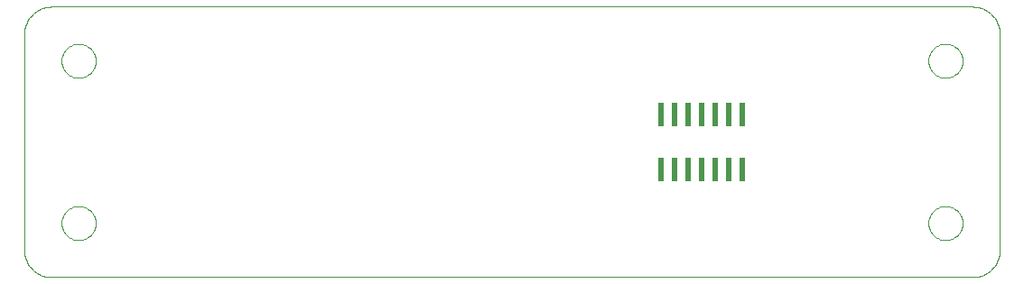
<source format=gbp>
G75*
G70*
%OFA0B0*%
%FSLAX24Y24*%
%IPPOS*%
%LPD*%
%AMOC8*
5,1,8,0,0,1.08239X$1,22.5*
%
%ADD10C,0.0000*%
%ADD11R,0.0240X0.0870*%
D10*
X001811Y000100D02*
X035811Y000100D01*
X035871Y000102D01*
X035932Y000107D01*
X035991Y000116D01*
X036050Y000129D01*
X036109Y000145D01*
X036166Y000165D01*
X036221Y000188D01*
X036276Y000215D01*
X036328Y000244D01*
X036379Y000277D01*
X036428Y000313D01*
X036474Y000351D01*
X036518Y000393D01*
X036560Y000437D01*
X036598Y000483D01*
X036634Y000532D01*
X036667Y000583D01*
X036696Y000635D01*
X036723Y000690D01*
X036746Y000745D01*
X036766Y000802D01*
X036782Y000861D01*
X036795Y000920D01*
X036804Y000979D01*
X036809Y001040D01*
X036811Y001100D01*
X036811Y009100D01*
X036809Y009160D01*
X036804Y009221D01*
X036795Y009280D01*
X036782Y009339D01*
X036766Y009398D01*
X036746Y009455D01*
X036723Y009510D01*
X036696Y009565D01*
X036667Y009617D01*
X036634Y009668D01*
X036598Y009717D01*
X036560Y009763D01*
X036518Y009807D01*
X036474Y009849D01*
X036428Y009887D01*
X036379Y009923D01*
X036328Y009956D01*
X036276Y009985D01*
X036221Y010012D01*
X036166Y010035D01*
X036109Y010055D01*
X036050Y010071D01*
X035991Y010084D01*
X035932Y010093D01*
X035871Y010098D01*
X035811Y010100D01*
X001811Y010100D01*
X001751Y010098D01*
X001690Y010093D01*
X001631Y010084D01*
X001572Y010071D01*
X001513Y010055D01*
X001456Y010035D01*
X001401Y010012D01*
X001346Y009985D01*
X001294Y009956D01*
X001243Y009923D01*
X001194Y009887D01*
X001148Y009849D01*
X001104Y009807D01*
X001062Y009763D01*
X001024Y009717D01*
X000988Y009668D01*
X000955Y009617D01*
X000926Y009565D01*
X000899Y009510D01*
X000876Y009455D01*
X000856Y009398D01*
X000840Y009339D01*
X000827Y009280D01*
X000818Y009221D01*
X000813Y009160D01*
X000811Y009100D01*
X000811Y001100D01*
X000813Y001040D01*
X000818Y000979D01*
X000827Y000920D01*
X000840Y000861D01*
X000856Y000802D01*
X000876Y000745D01*
X000899Y000690D01*
X000926Y000635D01*
X000955Y000583D01*
X000988Y000532D01*
X001024Y000483D01*
X001062Y000437D01*
X001104Y000393D01*
X001148Y000351D01*
X001194Y000313D01*
X001243Y000277D01*
X001294Y000244D01*
X001346Y000215D01*
X001401Y000188D01*
X001456Y000165D01*
X001513Y000145D01*
X001572Y000129D01*
X001631Y000116D01*
X001690Y000107D01*
X001751Y000102D01*
X001811Y000100D01*
X002181Y002100D02*
X002183Y002150D01*
X002189Y002200D01*
X002199Y002249D01*
X002213Y002297D01*
X002230Y002344D01*
X002251Y002389D01*
X002276Y002433D01*
X002304Y002474D01*
X002336Y002513D01*
X002370Y002550D01*
X002407Y002584D01*
X002447Y002614D01*
X002489Y002641D01*
X002533Y002665D01*
X002579Y002686D01*
X002626Y002702D01*
X002674Y002715D01*
X002724Y002724D01*
X002773Y002729D01*
X002824Y002730D01*
X002874Y002727D01*
X002923Y002720D01*
X002972Y002709D01*
X003020Y002694D01*
X003066Y002676D01*
X003111Y002654D01*
X003154Y002628D01*
X003195Y002599D01*
X003234Y002567D01*
X003270Y002532D01*
X003302Y002494D01*
X003332Y002454D01*
X003359Y002411D01*
X003382Y002367D01*
X003401Y002321D01*
X003417Y002273D01*
X003429Y002224D01*
X003437Y002175D01*
X003441Y002125D01*
X003441Y002075D01*
X003437Y002025D01*
X003429Y001976D01*
X003417Y001927D01*
X003401Y001879D01*
X003382Y001833D01*
X003359Y001789D01*
X003332Y001746D01*
X003302Y001706D01*
X003270Y001668D01*
X003234Y001633D01*
X003195Y001601D01*
X003154Y001572D01*
X003111Y001546D01*
X003066Y001524D01*
X003020Y001506D01*
X002972Y001491D01*
X002923Y001480D01*
X002874Y001473D01*
X002824Y001470D01*
X002773Y001471D01*
X002724Y001476D01*
X002674Y001485D01*
X002626Y001498D01*
X002579Y001514D01*
X002533Y001535D01*
X002489Y001559D01*
X002447Y001586D01*
X002407Y001616D01*
X002370Y001650D01*
X002336Y001687D01*
X002304Y001726D01*
X002276Y001767D01*
X002251Y001811D01*
X002230Y001856D01*
X002213Y001903D01*
X002199Y001951D01*
X002189Y002000D01*
X002183Y002050D01*
X002181Y002100D01*
X002181Y008100D02*
X002183Y008150D01*
X002189Y008200D01*
X002199Y008249D01*
X002213Y008297D01*
X002230Y008344D01*
X002251Y008389D01*
X002276Y008433D01*
X002304Y008474D01*
X002336Y008513D01*
X002370Y008550D01*
X002407Y008584D01*
X002447Y008614D01*
X002489Y008641D01*
X002533Y008665D01*
X002579Y008686D01*
X002626Y008702D01*
X002674Y008715D01*
X002724Y008724D01*
X002773Y008729D01*
X002824Y008730D01*
X002874Y008727D01*
X002923Y008720D01*
X002972Y008709D01*
X003020Y008694D01*
X003066Y008676D01*
X003111Y008654D01*
X003154Y008628D01*
X003195Y008599D01*
X003234Y008567D01*
X003270Y008532D01*
X003302Y008494D01*
X003332Y008454D01*
X003359Y008411D01*
X003382Y008367D01*
X003401Y008321D01*
X003417Y008273D01*
X003429Y008224D01*
X003437Y008175D01*
X003441Y008125D01*
X003441Y008075D01*
X003437Y008025D01*
X003429Y007976D01*
X003417Y007927D01*
X003401Y007879D01*
X003382Y007833D01*
X003359Y007789D01*
X003332Y007746D01*
X003302Y007706D01*
X003270Y007668D01*
X003234Y007633D01*
X003195Y007601D01*
X003154Y007572D01*
X003111Y007546D01*
X003066Y007524D01*
X003020Y007506D01*
X002972Y007491D01*
X002923Y007480D01*
X002874Y007473D01*
X002824Y007470D01*
X002773Y007471D01*
X002724Y007476D01*
X002674Y007485D01*
X002626Y007498D01*
X002579Y007514D01*
X002533Y007535D01*
X002489Y007559D01*
X002447Y007586D01*
X002407Y007616D01*
X002370Y007650D01*
X002336Y007687D01*
X002304Y007726D01*
X002276Y007767D01*
X002251Y007811D01*
X002230Y007856D01*
X002213Y007903D01*
X002199Y007951D01*
X002189Y008000D01*
X002183Y008050D01*
X002181Y008100D01*
X034181Y008100D02*
X034183Y008150D01*
X034189Y008200D01*
X034199Y008249D01*
X034213Y008297D01*
X034230Y008344D01*
X034251Y008389D01*
X034276Y008433D01*
X034304Y008474D01*
X034336Y008513D01*
X034370Y008550D01*
X034407Y008584D01*
X034447Y008614D01*
X034489Y008641D01*
X034533Y008665D01*
X034579Y008686D01*
X034626Y008702D01*
X034674Y008715D01*
X034724Y008724D01*
X034773Y008729D01*
X034824Y008730D01*
X034874Y008727D01*
X034923Y008720D01*
X034972Y008709D01*
X035020Y008694D01*
X035066Y008676D01*
X035111Y008654D01*
X035154Y008628D01*
X035195Y008599D01*
X035234Y008567D01*
X035270Y008532D01*
X035302Y008494D01*
X035332Y008454D01*
X035359Y008411D01*
X035382Y008367D01*
X035401Y008321D01*
X035417Y008273D01*
X035429Y008224D01*
X035437Y008175D01*
X035441Y008125D01*
X035441Y008075D01*
X035437Y008025D01*
X035429Y007976D01*
X035417Y007927D01*
X035401Y007879D01*
X035382Y007833D01*
X035359Y007789D01*
X035332Y007746D01*
X035302Y007706D01*
X035270Y007668D01*
X035234Y007633D01*
X035195Y007601D01*
X035154Y007572D01*
X035111Y007546D01*
X035066Y007524D01*
X035020Y007506D01*
X034972Y007491D01*
X034923Y007480D01*
X034874Y007473D01*
X034824Y007470D01*
X034773Y007471D01*
X034724Y007476D01*
X034674Y007485D01*
X034626Y007498D01*
X034579Y007514D01*
X034533Y007535D01*
X034489Y007559D01*
X034447Y007586D01*
X034407Y007616D01*
X034370Y007650D01*
X034336Y007687D01*
X034304Y007726D01*
X034276Y007767D01*
X034251Y007811D01*
X034230Y007856D01*
X034213Y007903D01*
X034199Y007951D01*
X034189Y008000D01*
X034183Y008050D01*
X034181Y008100D01*
X034181Y002100D02*
X034183Y002150D01*
X034189Y002200D01*
X034199Y002249D01*
X034213Y002297D01*
X034230Y002344D01*
X034251Y002389D01*
X034276Y002433D01*
X034304Y002474D01*
X034336Y002513D01*
X034370Y002550D01*
X034407Y002584D01*
X034447Y002614D01*
X034489Y002641D01*
X034533Y002665D01*
X034579Y002686D01*
X034626Y002702D01*
X034674Y002715D01*
X034724Y002724D01*
X034773Y002729D01*
X034824Y002730D01*
X034874Y002727D01*
X034923Y002720D01*
X034972Y002709D01*
X035020Y002694D01*
X035066Y002676D01*
X035111Y002654D01*
X035154Y002628D01*
X035195Y002599D01*
X035234Y002567D01*
X035270Y002532D01*
X035302Y002494D01*
X035332Y002454D01*
X035359Y002411D01*
X035382Y002367D01*
X035401Y002321D01*
X035417Y002273D01*
X035429Y002224D01*
X035437Y002175D01*
X035441Y002125D01*
X035441Y002075D01*
X035437Y002025D01*
X035429Y001976D01*
X035417Y001927D01*
X035401Y001879D01*
X035382Y001833D01*
X035359Y001789D01*
X035332Y001746D01*
X035302Y001706D01*
X035270Y001668D01*
X035234Y001633D01*
X035195Y001601D01*
X035154Y001572D01*
X035111Y001546D01*
X035066Y001524D01*
X035020Y001506D01*
X034972Y001491D01*
X034923Y001480D01*
X034874Y001473D01*
X034824Y001470D01*
X034773Y001471D01*
X034724Y001476D01*
X034674Y001485D01*
X034626Y001498D01*
X034579Y001514D01*
X034533Y001535D01*
X034489Y001559D01*
X034447Y001586D01*
X034407Y001616D01*
X034370Y001650D01*
X034336Y001687D01*
X034304Y001726D01*
X034276Y001767D01*
X034251Y001811D01*
X034230Y001856D01*
X034213Y001903D01*
X034199Y001951D01*
X034189Y002000D01*
X034183Y002050D01*
X034181Y002100D01*
D11*
X027311Y004075D03*
X026811Y004075D03*
X026311Y004075D03*
X025811Y004075D03*
X025311Y004075D03*
X024811Y004075D03*
X024311Y004075D03*
X024311Y006125D03*
X024811Y006125D03*
X025311Y006125D03*
X025811Y006125D03*
X026311Y006125D03*
X026811Y006125D03*
X027311Y006125D03*
M02*

</source>
